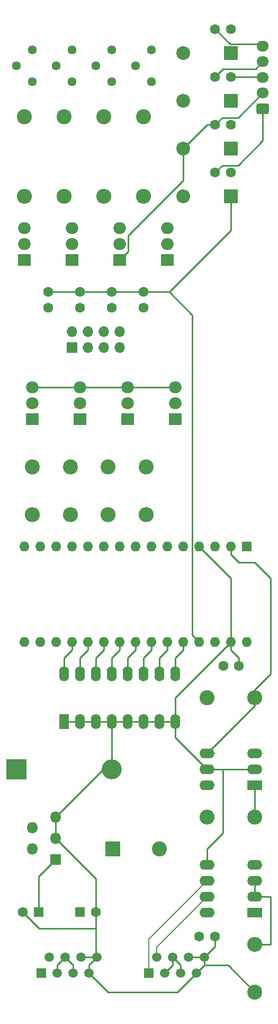
<source format=gtl>
G04 #@! TF.GenerationSoftware,KiCad,Pcbnew,8.0.4*
G04 #@! TF.CreationDate,2024-09-09T15:01:44+02:00*
G04 #@! TF.ProjectId,dmx_to_pwm,646d785f-746f-45f7-9077-6d2e6b696361,rev?*
G04 #@! TF.SameCoordinates,Original*
G04 #@! TF.FileFunction,Copper,L1,Top*
G04 #@! TF.FilePolarity,Positive*
%FSLAX46Y46*%
G04 Gerber Fmt 4.6, Leading zero omitted, Abs format (unit mm)*
G04 Created by KiCad (PCBNEW 8.0.4) date 2024-09-09 15:01:44*
%MOMM*%
%LPD*%
G01*
G04 APERTURE LIST*
G04 Aperture macros list*
%AMRoundRect*
0 Rectangle with rounded corners*
0 $1 Rounding radius*
0 $2 $3 $4 $5 $6 $7 $8 $9 X,Y pos of 4 corners*
0 Add a 4 corners polygon primitive as box body*
4,1,4,$2,$3,$4,$5,$6,$7,$8,$9,$2,$3,0*
0 Add four circle primitives for the rounded corners*
1,1,$1+$1,$2,$3*
1,1,$1+$1,$4,$5*
1,1,$1+$1,$6,$7*
1,1,$1+$1,$8,$9*
0 Add four rect primitives between the rounded corners*
20,1,$1+$1,$2,$3,$4,$5,0*
20,1,$1+$1,$4,$5,$6,$7,0*
20,1,$1+$1,$6,$7,$8,$9,0*
20,1,$1+$1,$8,$9,$2,$3,0*%
G04 Aperture macros list end*
G04 #@! TA.AperFunction,ComponentPad*
%ADD10C,1.600000*%
G04 #@! TD*
G04 #@! TA.AperFunction,ComponentPad*
%ADD11R,2.200000X2.200000*%
G04 #@! TD*
G04 #@! TA.AperFunction,ComponentPad*
%ADD12O,2.200000X2.200000*%
G04 #@! TD*
G04 #@! TA.AperFunction,ComponentPad*
%ADD13C,1.440000*%
G04 #@! TD*
G04 #@! TA.AperFunction,ComponentPad*
%ADD14R,1.600000X1.600000*%
G04 #@! TD*
G04 #@! TA.AperFunction,ComponentPad*
%ADD15O,3.200000X3.200000*%
G04 #@! TD*
G04 #@! TA.AperFunction,ComponentPad*
%ADD16R,3.200000X3.200000*%
G04 #@! TD*
G04 #@! TA.AperFunction,ComponentPad*
%ADD17C,2.400000*%
G04 #@! TD*
G04 #@! TA.AperFunction,ComponentPad*
%ADD18O,2.400000X2.400000*%
G04 #@! TD*
G04 #@! TA.AperFunction,ComponentPad*
%ADD19R,2.000000X1.905000*%
G04 #@! TD*
G04 #@! TA.AperFunction,ComponentPad*
%ADD20O,2.000000X1.905000*%
G04 #@! TD*
G04 #@! TA.AperFunction,ComponentPad*
%ADD21C,1.500000*%
G04 #@! TD*
G04 #@! TA.AperFunction,ComponentPad*
%ADD22R,1.500000X1.500000*%
G04 #@! TD*
G04 #@! TA.AperFunction,ComponentPad*
%ADD23R,1.600000X2.400000*%
G04 #@! TD*
G04 #@! TA.AperFunction,ComponentPad*
%ADD24O,1.600000X2.400000*%
G04 #@! TD*
G04 #@! TA.AperFunction,ComponentPad*
%ADD25O,1.800000X1.800000*%
G04 #@! TD*
G04 #@! TA.AperFunction,ComponentPad*
%ADD26R,1.800000X1.800000*%
G04 #@! TD*
G04 #@! TA.AperFunction,ComponentPad*
%ADD27R,1.700000X1.700000*%
G04 #@! TD*
G04 #@! TA.AperFunction,ComponentPad*
%ADD28O,1.700000X1.700000*%
G04 #@! TD*
G04 #@! TA.AperFunction,ComponentPad*
%ADD29O,2.400000X1.600000*%
G04 #@! TD*
G04 #@! TA.AperFunction,ComponentPad*
%ADD30R,2.400000X1.600000*%
G04 #@! TD*
G04 #@! TA.AperFunction,ComponentPad*
%ADD31RoundRect,0.250000X0.725000X-0.600000X0.725000X0.600000X-0.725000X0.600000X-0.725000X-0.600000X0*%
G04 #@! TD*
G04 #@! TA.AperFunction,ComponentPad*
%ADD32O,1.950000X1.700000*%
G04 #@! TD*
G04 #@! TA.AperFunction,ComponentPad*
%ADD33R,2.400000X2.400000*%
G04 #@! TD*
G04 #@! TA.AperFunction,ComponentPad*
%ADD34O,1.600000X1.600000*%
G04 #@! TD*
G04 #@! TA.AperFunction,Conductor*
%ADD35C,0.250000*%
G04 #@! TD*
G04 #@! TA.AperFunction,Conductor*
%ADD36C,0.200000*%
G04 #@! TD*
G04 APERTURE END LIST*
D10*
X101600000Y-31750000D03*
X104100000Y-31750000D03*
X74930000Y-66080000D03*
X74930000Y-68580000D03*
D11*
X104140000Y-35560000D03*
D12*
X96520000Y-35560000D03*
D13*
X85090000Y-32510000D03*
X82550000Y-29970000D03*
X85090000Y-27430000D03*
D10*
X82510000Y-165040000D03*
D14*
X80010000Y-165040000D03*
D10*
X80010000Y-66080000D03*
X80010000Y-68580000D03*
D13*
X78740000Y-32510000D03*
X76200000Y-29970000D03*
X78740000Y-27430000D03*
D15*
X85090000Y-142240000D03*
D16*
X69850000Y-142240000D03*
D17*
X71120000Y-38100000D03*
D18*
X71120000Y-50800000D03*
D17*
X90170000Y-38100000D03*
D18*
X90170000Y-50800000D03*
D17*
X72390000Y-93980000D03*
D18*
X72390000Y-101600000D03*
D19*
X78740000Y-60960000D03*
D20*
X78740000Y-58420000D03*
X78740000Y-55880000D03*
D17*
X84490000Y-93980000D03*
D18*
X84490000Y-101600000D03*
D17*
X100330000Y-130810000D03*
D18*
X107950000Y-130810000D03*
D17*
X107950000Y-177800000D03*
D18*
X107950000Y-170180000D03*
D21*
X99857500Y-172220000D03*
X98587500Y-174760000D03*
X97317500Y-172220000D03*
X96047500Y-174760000D03*
X94777500Y-172220000D03*
X93507500Y-174760000D03*
X92237500Y-172220000D03*
D22*
X90967500Y-174760000D03*
D11*
X104140000Y-43180000D03*
D12*
X96520000Y-43180000D03*
D10*
X104100000Y-39370000D03*
X101600000Y-39370000D03*
D18*
X77470000Y-50800000D03*
D17*
X77470000Y-38100000D03*
D23*
X77470000Y-134620000D03*
D24*
X80010000Y-134620000D03*
X82550000Y-134620000D03*
X85090000Y-134620000D03*
X87630000Y-134620000D03*
X90170000Y-134620000D03*
X92710000Y-134620000D03*
X95250000Y-134620000D03*
X95250000Y-127000000D03*
X92710000Y-127000000D03*
X90170000Y-127000000D03*
X87630000Y-127000000D03*
X85090000Y-127000000D03*
X82550000Y-127000000D03*
X80010000Y-127000000D03*
X77470000Y-127000000D03*
D17*
X83820000Y-38100000D03*
D18*
X83820000Y-50800000D03*
D11*
X104140000Y-50800000D03*
D12*
X96520000Y-50800000D03*
D13*
X72390000Y-27430000D03*
X69850000Y-29970000D03*
X72390000Y-32510000D03*
D25*
X76090000Y-149840000D03*
X72390000Y-151540000D03*
X76090000Y-153240000D03*
X72390000Y-154940000D03*
D26*
X76090000Y-156640000D03*
D12*
X96520000Y-27940000D03*
D11*
X104140000Y-27940000D03*
D27*
X78740000Y-74930000D03*
D28*
X78740000Y-72390000D03*
X81280000Y-74930000D03*
X81280000Y-72390000D03*
X83820000Y-74930000D03*
X83820000Y-72390000D03*
X86360000Y-74930000D03*
X86360000Y-72390000D03*
D29*
X100330000Y-165100000D03*
X100330000Y-162560000D03*
X100330000Y-160020000D03*
X100330000Y-157480000D03*
X107950000Y-157480000D03*
X107950000Y-160020000D03*
X107950000Y-162560000D03*
D30*
X107950000Y-165100000D03*
D31*
X109220000Y-36830000D03*
D32*
X109220000Y-34330000D03*
X109220000Y-31830000D03*
X109220000Y-29330000D03*
X109220000Y-26830000D03*
D17*
X78440000Y-93980000D03*
D18*
X78440000Y-101600000D03*
D10*
X102910000Y-125730000D03*
X105410000Y-125730000D03*
D19*
X86360000Y-60960000D03*
D20*
X86360000Y-58420000D03*
X86360000Y-55880000D03*
D22*
X73782500Y-174760000D03*
D21*
X75052500Y-172220000D03*
X76322500Y-174760000D03*
X77592500Y-172220000D03*
X78862500Y-174760000D03*
X80132500Y-172220000D03*
X81402500Y-174760000D03*
X82672500Y-172220000D03*
D10*
X70871395Y-165040000D03*
D14*
X73371395Y-165040000D03*
D10*
X90170000Y-66080000D03*
X90170000Y-68580000D03*
X104100000Y-46990000D03*
X101600000Y-46990000D03*
D19*
X71120000Y-60960000D03*
D20*
X71120000Y-58420000D03*
X71120000Y-55880000D03*
D10*
X101560000Y-168910000D03*
X99060000Y-168910000D03*
D17*
X90540000Y-93980000D03*
D18*
X90540000Y-101600000D03*
D30*
X107950000Y-144780000D03*
D29*
X107950000Y-142240000D03*
X107950000Y-139700000D03*
X100330000Y-139700000D03*
X100330000Y-142240000D03*
X100330000Y-144780000D03*
D17*
X107950000Y-149860000D03*
D18*
X100330000Y-149860000D03*
D13*
X91440000Y-27430000D03*
X88900000Y-29970000D03*
X91440000Y-32510000D03*
D10*
X85090000Y-66080000D03*
X85090000Y-68580000D03*
D17*
X92710000Y-154940000D03*
D33*
X85210000Y-154940000D03*
D10*
X104100000Y-24130000D03*
X101600000Y-24130000D03*
D20*
X95250000Y-81280000D03*
X95250000Y-83820000D03*
D19*
X95250000Y-86360000D03*
D20*
X80010000Y-81280000D03*
X80010000Y-83820000D03*
D19*
X80010000Y-86360000D03*
X72390000Y-86360000D03*
D20*
X72390000Y-83820000D03*
X72390000Y-81280000D03*
D19*
X87630000Y-86360000D03*
D20*
X87630000Y-83820000D03*
X87630000Y-81280000D03*
D34*
X106680000Y-121920000D03*
X104140000Y-121920000D03*
X101600000Y-121920000D03*
X99060000Y-121920000D03*
X96520000Y-121920000D03*
X93980000Y-121920000D03*
X91440000Y-121920000D03*
X88900000Y-121920000D03*
X86360000Y-121920000D03*
X83820000Y-121920000D03*
X81280000Y-121920000D03*
X78740000Y-121920000D03*
X76200000Y-121920000D03*
X73660000Y-121920000D03*
X71120000Y-121920000D03*
X71120000Y-106680000D03*
X73660000Y-106680000D03*
X76200000Y-106680000D03*
X78740000Y-106680000D03*
X81280000Y-106680000D03*
X83820000Y-106680000D03*
X86360000Y-106680000D03*
X88900000Y-106680000D03*
X91440000Y-106680000D03*
X93980000Y-106680000D03*
X96520000Y-106680000D03*
X99060000Y-106680000D03*
X101600000Y-106680000D03*
X104140000Y-106680000D03*
D14*
X106680000Y-106680000D03*
D19*
X93980000Y-60960000D03*
D20*
X93980000Y-58420000D03*
X93980000Y-55880000D03*
D35*
X104100000Y-31750000D02*
X109140000Y-31750000D01*
X109140000Y-31750000D02*
X109220000Y-31830000D01*
X107950000Y-177800000D02*
X103640000Y-173490000D01*
X103640000Y-173490000D02*
X99857500Y-173490000D01*
X99060000Y-121920000D02*
X97935000Y-120795000D01*
X97935000Y-120795000D02*
X97935000Y-69754009D01*
X97935000Y-69754009D02*
X94260991Y-66080000D01*
X80010000Y-66080000D02*
X74930000Y-66080000D01*
X85090000Y-66080000D02*
X80010000Y-66080000D01*
X90170000Y-66080000D02*
X85090000Y-66080000D01*
X104140000Y-50800000D02*
X104140000Y-56200991D01*
X104140000Y-56200991D02*
X94260991Y-66080000D01*
X94260991Y-66080000D02*
X90170000Y-66080000D01*
X101600000Y-24130000D02*
X103985000Y-26515000D01*
X103985000Y-26515000D02*
X108905000Y-26515000D01*
X108905000Y-26515000D02*
X109220000Y-26830000D01*
X101600000Y-31750000D02*
X102870000Y-30480000D01*
X102870000Y-30480000D02*
X108070000Y-30480000D01*
X108070000Y-30480000D02*
X109220000Y-29330000D01*
X101600000Y-39370000D02*
X102725000Y-38245000D01*
X102725000Y-38245000D02*
X105305000Y-38245000D01*
X105305000Y-38245000D02*
X109220000Y-34330000D01*
X96520000Y-43180000D02*
X100330000Y-39370000D01*
X100330000Y-39370000D02*
X101600000Y-39370000D01*
X96520000Y-43180000D02*
X96520000Y-48260000D01*
X87685000Y-57095000D02*
X87685000Y-59635000D01*
X96520000Y-48260000D02*
X87685000Y-57095000D01*
X87685000Y-59635000D02*
X86360000Y-60960000D01*
X101600000Y-46990000D02*
X102725000Y-45865000D01*
X102725000Y-45865000D02*
X105265000Y-45865000D01*
X105265000Y-45865000D02*
X109220000Y-41910000D01*
X109220000Y-41910000D02*
X109220000Y-36830000D01*
X101560000Y-168910000D02*
X101560000Y-170517500D01*
X101560000Y-170517500D02*
X99857500Y-172220000D01*
X105410000Y-125730000D02*
X105410000Y-124460000D01*
X105410000Y-124460000D02*
X104140000Y-123190000D01*
X104140000Y-123190000D02*
X104140000Y-121920000D01*
X87630000Y-81280000D02*
X95250000Y-81280000D01*
X80010000Y-81280000D02*
X87630000Y-81280000D01*
X72390000Y-81280000D02*
X80010000Y-81280000D01*
X107950000Y-132080000D02*
X107950000Y-129540000D01*
X107950000Y-129540000D02*
X110490000Y-127000000D01*
X107950000Y-109220000D02*
X105410000Y-109220000D01*
X110490000Y-127000000D02*
X110490000Y-111760000D01*
X100330000Y-139700000D02*
X107950000Y-132080000D01*
X110490000Y-111760000D02*
X107950000Y-109220000D01*
X105410000Y-109220000D02*
X104140000Y-107950000D01*
X104140000Y-107950000D02*
X104140000Y-106680000D01*
X104140000Y-121920000D02*
X104140000Y-111760000D01*
X104140000Y-111760000D02*
X99060000Y-106680000D01*
X95250000Y-134620000D02*
X95250000Y-130810000D01*
X95250000Y-130810000D02*
X104140000Y-121920000D01*
X100330000Y-142240000D02*
X95250000Y-137160000D01*
X95250000Y-137160000D02*
X95250000Y-134620000D01*
X85090000Y-142240000D02*
X85090000Y-134620000D01*
X95250000Y-127000000D02*
X95250000Y-124460000D01*
X95250000Y-124460000D02*
X96520000Y-123190000D01*
X96520000Y-123190000D02*
X96520000Y-121920000D01*
X92710000Y-127000000D02*
X92710000Y-124460000D01*
X92710000Y-124460000D02*
X93980000Y-123190000D01*
X93980000Y-123190000D02*
X93980000Y-121920000D01*
X90170000Y-127000000D02*
X90170000Y-124460000D01*
X90170000Y-124460000D02*
X91440000Y-123190000D01*
X91440000Y-123190000D02*
X91440000Y-121920000D01*
X87630000Y-127000000D02*
X87630000Y-124460000D01*
X87630000Y-124460000D02*
X88900000Y-123190000D01*
X88900000Y-123190000D02*
X88900000Y-121920000D01*
X85090000Y-127000000D02*
X85090000Y-124460000D01*
X86360000Y-123190000D02*
X86360000Y-121920000D01*
X85090000Y-124460000D02*
X86360000Y-123190000D01*
X82550000Y-127000000D02*
X82550000Y-124460000D01*
X82550000Y-124460000D02*
X83820000Y-123190000D01*
X83820000Y-123190000D02*
X83820000Y-121920000D01*
X80010000Y-127000000D02*
X80010000Y-124460000D01*
X80010000Y-124460000D02*
X81280000Y-123190000D01*
X81280000Y-123190000D02*
X81280000Y-121920000D01*
X77470000Y-127000000D02*
X77470000Y-124460000D01*
X77470000Y-124460000D02*
X78740000Y-123190000D01*
X78740000Y-123190000D02*
X78740000Y-121920000D01*
X80010000Y-134620000D02*
X77470000Y-134620000D01*
X82550000Y-134620000D02*
X80010000Y-134620000D01*
X85090000Y-134620000D02*
X82550000Y-134620000D01*
X87630000Y-134620000D02*
X85090000Y-134620000D01*
X90170000Y-134620000D02*
X87630000Y-134620000D01*
X92710000Y-134620000D02*
X90170000Y-134620000D01*
X95250000Y-134620000D02*
X92710000Y-134620000D01*
X76090000Y-149840000D02*
X83690000Y-142240000D01*
X83690000Y-142240000D02*
X85090000Y-142240000D01*
X82510000Y-167640000D02*
X73471395Y-167640000D01*
X73471395Y-167640000D02*
X70871395Y-165040000D01*
X82510000Y-165040000D02*
X82510000Y-167640000D01*
X82510000Y-167640000D02*
X82510000Y-172180000D01*
X80132500Y-172220000D02*
X82550000Y-172220000D01*
X82550000Y-172220000D02*
X82672500Y-172220000D01*
X82510000Y-172180000D02*
X82550000Y-172220000D01*
X107950000Y-149860000D02*
X107950000Y-144780000D01*
X110490000Y-162560000D02*
X110490000Y-170180000D01*
X107950000Y-162560000D02*
X110490000Y-162560000D01*
X110490000Y-170180000D02*
X107950000Y-170180000D01*
X107950000Y-160020000D02*
X107950000Y-162560000D01*
X102870000Y-152400000D02*
X100330000Y-154940000D01*
X100330000Y-154940000D02*
X100330000Y-157480000D01*
D36*
X90967500Y-174760000D02*
X90967500Y-169382500D01*
X90967500Y-169382500D02*
X100330000Y-160020000D01*
X92237500Y-172220000D02*
X92237500Y-170652500D01*
X92237500Y-170652500D02*
X100330000Y-162560000D01*
D35*
X102870000Y-142240000D02*
X107950000Y-142240000D01*
X102870000Y-142240000D02*
X100330000Y-142240000D01*
X82510000Y-165040000D02*
X82510000Y-159660000D01*
X82510000Y-159660000D02*
X76090000Y-153240000D01*
X76090000Y-149840000D02*
X76090000Y-153240000D01*
X73371395Y-165040000D02*
X73371395Y-159358605D01*
X73371395Y-159358605D02*
X76090000Y-156640000D01*
X96047500Y-174760000D02*
X96047500Y-173490000D01*
X96047500Y-173490000D02*
X94777500Y-172220000D01*
X93507500Y-174760000D02*
X94777500Y-173490000D01*
X94777500Y-173490000D02*
X94777500Y-172220000D01*
X78862500Y-174760000D02*
X78862500Y-173490000D01*
X78862500Y-173490000D02*
X77592500Y-172220000D01*
X76322500Y-174760000D02*
X76322500Y-173490000D01*
X76322500Y-173490000D02*
X77592500Y-172220000D01*
X82672500Y-172220000D02*
X81402500Y-173490000D01*
X81402500Y-173490000D02*
X81402500Y-174760000D01*
X97317500Y-172220000D02*
X99857500Y-172220000D01*
X99857500Y-172220000D02*
X99857500Y-173490000D01*
X99857500Y-173490000D02*
X98587500Y-174760000D01*
X95547500Y-177800000D02*
X84442500Y-177800000D01*
X84442500Y-177800000D02*
X81402500Y-174760000D01*
X98587500Y-174760000D02*
X95547500Y-177800000D01*
X102870000Y-152400000D02*
X102870000Y-142240000D01*
M02*

</source>
